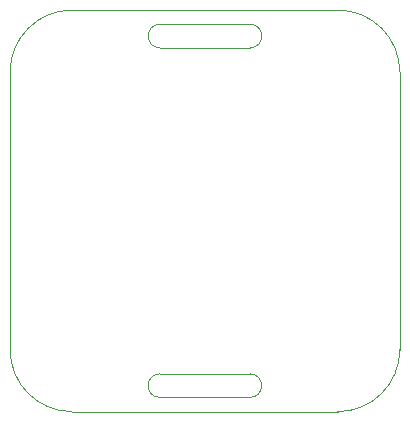
<source format=gbr>
%TF.GenerationSoftware,KiCad,Pcbnew,(5.1.6)-1*%
%TF.CreationDate,2020-09-19T18:08:18+02:00*%
%TF.ProjectId,watch,77617463-682e-46b6-9963-61645f706362,rev?*%
%TF.SameCoordinates,Original*%
%TF.FileFunction,Profile,NP*%
%FSLAX46Y46*%
G04 Gerber Fmt 4.6, Leading zero omitted, Abs format (unit mm)*
G04 Created by KiCad (PCBNEW (5.1.6)-1) date 2020-09-19 18:08:18*
%MOMM*%
%LPD*%
G01*
G04 APERTURE LIST*
%TA.AperFunction,Profile*%
%ADD10C,0.050000*%
%TD*%
G04 APERTURE END LIST*
D10*
X143231312Y-47052611D02*
X150831312Y-47052611D01*
X150831312Y-47052611D02*
G75*
G02*
X150831312Y-49052611I0J-1000000D01*
G01*
X150831312Y-49052611D02*
X143231312Y-49052611D01*
X143231312Y-49052611D02*
G75*
G02*
X143231312Y-47052611I0J1000000D01*
G01*
X150831312Y-76652611D02*
G75*
G02*
X150831312Y-78652611I0J-1000000D01*
G01*
X143231312Y-78652611D02*
G75*
G02*
X143231312Y-76652611I0J1000000D01*
G01*
X150831312Y-78652611D02*
X143231312Y-78652611D01*
X143231312Y-76652611D02*
X150831312Y-76652611D01*
X163531312Y-74602611D02*
G75*
G02*
X158281312Y-79852611I-5250000J0D01*
G01*
X135781312Y-79852611D02*
G75*
G02*
X130531312Y-74602611I0J5250000D01*
G01*
X130531312Y-51102611D02*
G75*
G02*
X135781312Y-45852611I5250000J0D01*
G01*
X158281312Y-45852611D02*
G75*
G02*
X163531312Y-51102611I0J-5250000D01*
G01*
X158281312Y-79852611D02*
X135781312Y-79852611D01*
X158281312Y-45852611D02*
X135781312Y-45852611D01*
X163531312Y-74602611D02*
X163531312Y-51102611D01*
X130531312Y-74602611D02*
X130531312Y-51102611D01*
M02*

</source>
